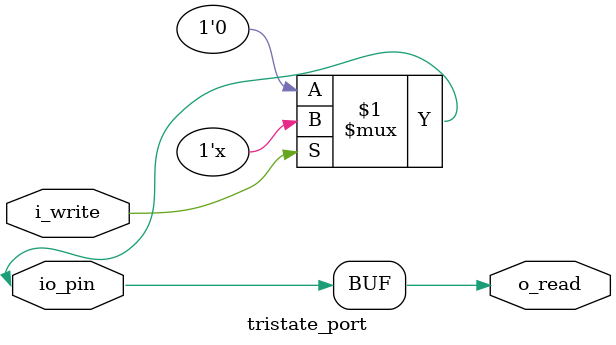
<source format=v>
/*
    MIT License

    Copyright (c) 2021 Harith Manoj
    Copyright (c) 2021 Modification : Ashwin Rajesh

    Permission is hereby granted, free of charge, to any person obtaining a copy
    of this software and associated documentation files (the "Software"), to deal
    in the Software without restriction, including without limitation the rights
    to use, copy, modify, merge, publish, distribute, sublicense, and/or sell
    copies of the Software, and to permit persons to whom the Software is
    furnished to do so, subject to the following conditions:

    The above copyright notice and this permission notice shall be included in all
    copies or substantial portions of the Software.

    THE SOFTWARE IS PROVIDED "AS IS", WITHOUT WARRANTY OF ANY KIND, EXPRESS OR
    IMPLIED, INCLUDING BUT NOT LIMITED TO THE WARRANTIES OF MERCHANTABILITY,
    FITNESS FOR A PARTICULAR PURPOSE AND NONINFRINGEMENT. IN NO EVENT SHALL THE
    AUTHORS OR COPYRIGHT HOLDERS BE LIABLE FOR ANY CLAIM, DAMAGES OR OTHER
    LIABILITY, WHETHER IN AN ACTION OF CONTRACT, TORT OR OTHERWISE, ARISING FROM,
    OUT OF OR IN CONNECTION WITH THE SOFTWARE OR THE USE OR OTHER DEALINGS IN THE
    SOFTWARE.
*/

module tristate_port (
    inout io_pin, 
    input i_write,

    output o_read
);

    assign o_read = io_pin;
    assign io_pin = (i_write ? 1'bz : 1'b0);

endmodule

</source>
